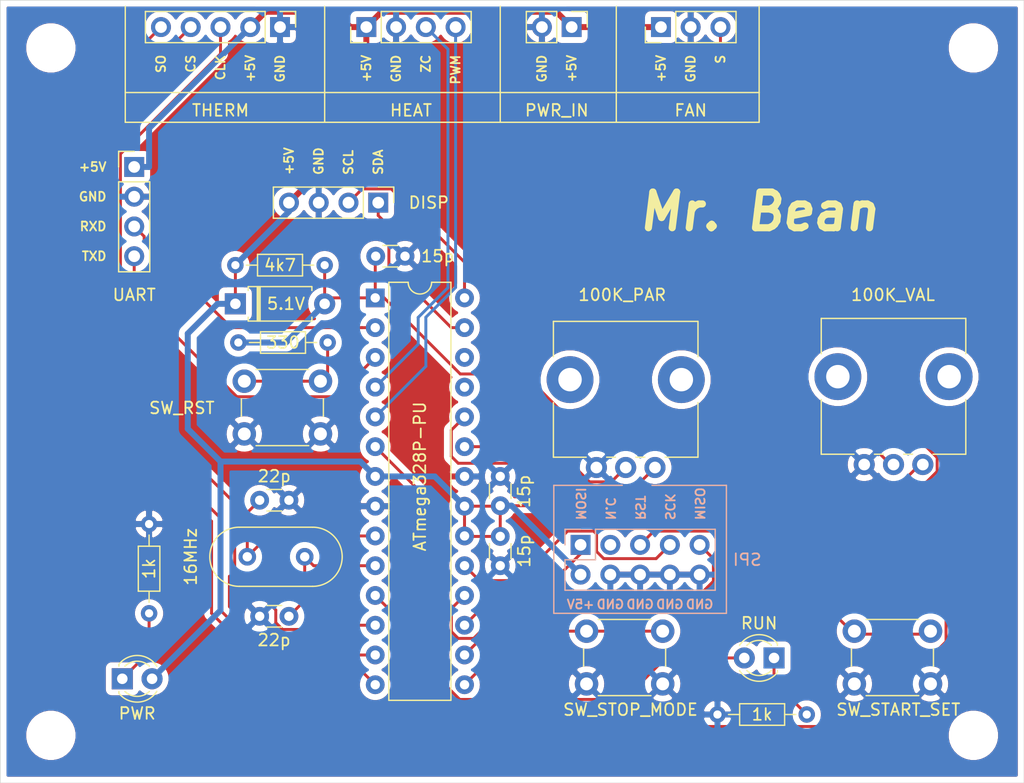
<source format=kicad_pcb>
(kicad_pcb (version 20171130) (host pcbnew 5.1.4)
  (layers (0 F.Cu signal) (31 B.Cu signal) (34 B.Paste user) (35 F.Paste user) (36 B.SilkS user) (37 F.SilkS user) (38 B.Mask user) (39 F.Mask user) (44 Edge.Cuts user))
  (net 0 "")
  (net 1 +5V)
  (net 2 GND)
  (net 3 "Net-(C3-Pad2)")
  (net 4 "Net-(C4-Pad1)")
  (net 5 /RST)
  (net 6 "Net-(D1-Pad1)")
  (net 7 /LED_RUNNING)
  (net 8 "Net-(D3-Pad1)")
  (net 9 /MISO)
  (net 10 /SCK)
  (net 11 "Net-(J2-Pad3)")
  (net 12 /MOSI)
  (net 13 /SCL)
  (net 14 /SDA)
  (net 15 /TXD)
  (net 16 /RXD)
  (net 17 /SO)
  (net 18 /CS)
  (net 19 /FAN_S)
  (net 20 /TRIAC_GATE)
  (net 21 /ZERO_CROSS)
  (net 22 "Net-(R3-Pad1)")
  (net 23 /A0)
  (net 24 /A1)
  (net 25 /SW_STOP_MODE)
  (net 26 /SW_START_SET)
  (net 27 "Net-(U1-Pad26)")
  (net 28 "Net-(U1-Pad25)")
  (net 29 /CLK)
  (module MountingHole:MountingHole_3.2mm_M3 (layer F.Cu) (at 43.942 98.552)
    (fp_text reference REF** hide)
    (fp_text value MountingHole_3.2mm_M3 hide)
    (pad 1 np_thru_hole circle (at 0 0) (size 3.2 3.2) (drill 3.2) (layers *.Cu *.Mask))
  )
  (module MountingHole:MountingHole_3.2mm_M3 (layer F.Cu) (at 43.942 39.878)
    (fp_text reference REF** hide)
    (fp_text value MountingHole_3.2mm_M3 hide)
    (pad 1 np_thru_hole circle (at 0 0) (size 3.2 3.2) (drill 3.2) (layers *.Cu *.Mask))
  )
  (module MountingHole:MountingHole_3.2mm_M3 (layer F.Cu) (at 122.682 98.552)
    (fp_text reference REF** hide)
    (fp_text value MountingHole_3.2mm_M3 hide)
    (pad 1 np_thru_hole circle (at 0 0) (size 3.2 3.2) (drill 3.2) (layers *.Cu *.Mask))
  )
  (module MountingHole:MountingHole_3.2mm_M3 (layer F.Cu) (at 122.682 39.878)
    (fp_text reference REF** hide)
    (fp_text value MountingHole_3.2mm_M3 hide)
    (pad 1 np_thru_hole circle (at 0 0) (size 3.2 3.2) (drill 3.2) (layers *.Cu *.Mask))
  )
  (module Crystal:Crystal_HC18-U_Vertical (layer F.Cu) (at 60.706 83.312)
    (fp_text reference Y1 hide)
    (fp_text value 16MHz (at -4.826 0 90) (layer F.SilkS))
    (fp_arc (start 5.575 0) (end 5.575 -2.525) (angle 180) (layer F.SilkS) (width 0.12))
    (fp_arc (start -0.675 0) (end -0.675 -2.525) (angle -180) (layer F.SilkS) (width 0.12))
    (fp_line (start -0.675 2.525) (end 5.575 2.525) (layer F.SilkS) (width 0.12))
    (fp_line (start -0.675 -2.525) (end 5.575 -2.525) (layer F.SilkS) (width 0.12))
    (pad 2 thru_hole circle (at 4.9 0) (size 1.5 1.5) (drill 0.8) (layers *.Cu *.Mask) (net 4 "Net-(C4-Pad1)"))
    (pad 1 thru_hole circle (at 0 0) (size 1.5 1.5) (drill 0.8) (layers *.Cu *.Mask) (net 3 "Net-(C3-Pad2)"))
  )
  (module Package_DIP:DIP-28_W7.62mm (layer F.Cu) (at 71.628 61.214)
    (fp_text reference U1 hide)
    (fp_text value ATmega328P-PU (at 3.81 15.24 90) (layer F.SilkS))
    (fp_line (start 6.46 -1.33) (end 4.81 -1.33) (layer F.SilkS) (width 0.12))
    (fp_line (start 6.46 34.35) (end 6.46 -1.33) (layer F.SilkS) (width 0.12))
    (fp_line (start 1.16 34.35) (end 6.46 34.35) (layer F.SilkS) (width 0.12))
    (fp_line (start 1.16 -1.33) (end 1.16 34.35) (layer F.SilkS) (width 0.12))
    (fp_line (start 2.81 -1.33) (end 1.16 -1.33) (layer F.SilkS) (width 0.12))
    (fp_arc (start 3.81 -1.33) (end 2.81 -1.33) (angle -180) (layer F.SilkS) (width 0.12))
    (pad 28 thru_hole oval (at 7.62 0) (size 1.6 1.6) (drill 0.8) (layers *.Cu *.Mask) (net 13 /SCL))
    (pad 14 thru_hole oval (at 0 33.02) (size 1.6 1.6) (drill 0.8) (layers *.Cu *.Mask) (net 17 /SO))
    (pad 27 thru_hole oval (at 7.62 2.54) (size 1.6 1.6) (drill 0.8) (layers *.Cu *.Mask) (net 14 /SDA))
    (pad 13 thru_hole oval (at 0 30.48) (size 1.6 1.6) (drill 0.8) (layers *.Cu *.Mask) (net 18 /CS))
    (pad 26 thru_hole oval (at 7.62 5.08) (size 1.6 1.6) (drill 0.8) (layers *.Cu *.Mask) (net 27 "Net-(U1-Pad26)"))
    (pad 12 thru_hole oval (at 0 27.94) (size 1.6 1.6) (drill 0.8) (layers *.Cu *.Mask) (net 29 /CLK))
    (pad 25 thru_hole oval (at 7.62 7.62) (size 1.6 1.6) (drill 0.8) (layers *.Cu *.Mask) (net 28 "Net-(U1-Pad25)"))
    (pad 11 thru_hole oval (at 0 25.4) (size 1.6 1.6) (drill 0.8) (layers *.Cu *.Mask) (net 19 /FAN_S))
    (pad 24 thru_hole oval (at 7.62 10.16) (size 1.6 1.6) (drill 0.8) (layers *.Cu *.Mask) (net 24 /A1))
    (pad 10 thru_hole oval (at 0 22.86) (size 1.6 1.6) (drill 0.8) (layers *.Cu *.Mask) (net 4 "Net-(C4-Pad1)"))
    (pad 23 thru_hole oval (at 7.62 12.7) (size 1.6 1.6) (drill 0.8) (layers *.Cu *.Mask) (net 23 /A0))
    (pad 9 thru_hole oval (at 0 20.32) (size 1.6 1.6) (drill 0.8) (layers *.Cu *.Mask) (net 3 "Net-(C3-Pad2)"))
    (pad 22 thru_hole oval (at 7.62 15.24) (size 1.6 1.6) (drill 0.8) (layers *.Cu *.Mask) (net 2 GND))
    (pad 8 thru_hole oval (at 0 17.78) (size 1.6 1.6) (drill 0.8) (layers *.Cu *.Mask) (net 2 GND))
    (pad 21 thru_hole oval (at 7.62 17.78) (size 1.6 1.6) (drill 0.8) (layers *.Cu *.Mask) (net 1 +5V))
    (pad 7 thru_hole oval (at 0 15.24) (size 1.6 1.6) (drill 0.8) (layers *.Cu *.Mask) (net 1 +5V))
    (pad 20 thru_hole oval (at 7.62 20.32) (size 1.6 1.6) (drill 0.8) (layers *.Cu *.Mask) (net 1 +5V))
    (pad 6 thru_hole oval (at 0 12.7) (size 1.6 1.6) (drill 0.8) (layers *.Cu *.Mask) (net 7 /LED_RUNNING))
    (pad 19 thru_hole oval (at 7.62 22.86) (size 1.6 1.6) (drill 0.8) (layers *.Cu *.Mask) (net 10 /SCK))
    (pad 5 thru_hole oval (at 0 10.16) (size 1.6 1.6) (drill 0.8) (layers *.Cu *.Mask) (net 20 /TRIAC_GATE))
    (pad 18 thru_hole oval (at 7.62 25.4) (size 1.6 1.6) (drill 0.8) (layers *.Cu *.Mask) (net 9 /MISO))
    (pad 4 thru_hole oval (at 0 7.62) (size 1.6 1.6) (drill 0.8) (layers *.Cu *.Mask) (net 21 /ZERO_CROSS))
    (pad 17 thru_hole oval (at 7.62 27.94) (size 1.6 1.6) (drill 0.8) (layers *.Cu *.Mask) (net 12 /MOSI))
    (pad 3 thru_hole oval (at 0 5.08) (size 1.6 1.6) (drill 0.8) (layers *.Cu *.Mask) (net 15 /TXD))
    (pad 16 thru_hole oval (at 7.62 30.48) (size 1.6 1.6) (drill 0.8) (layers *.Cu *.Mask) (net 26 /SW_START_SET))
    (pad 2 thru_hole oval (at 0 2.54) (size 1.6 1.6) (drill 0.8) (layers *.Cu *.Mask) (net 16 /RXD))
    (pad 15 thru_hole oval (at 7.62 33.02) (size 1.6 1.6) (drill 0.8) (layers *.Cu *.Mask) (net 25 /SW_STOP_MODE))
    (pad 1 thru_hole rect (at 0 0) (size 1.6 1.6) (drill 0.8) (layers *.Cu *.Mask) (net 5 /RST))
  )
  (module Button_Switch_THT:SW_PUSH_6mm_H4.3mm (layer F.Cu) (at 112.522 89.662)
    (fp_text reference SW3 hide)
    (fp_text value SW_START_SET (at 3.75 6.7) (layer F.SilkS))
    (fp_line (start 6.75 3) (end 6.75 1.5) (layer F.SilkS) (width 0.12))
    (fp_line (start 5.5 -1) (end 1 -1) (layer F.SilkS) (width 0.12))
    (fp_line (start -0.25 1.5) (end -0.25 3) (layer F.SilkS) (width 0.12))
    (fp_line (start 1 5.5) (end 5.5 5.5) (layer F.SilkS) (width 0.12))
    (pad 1 thru_hole circle (at 6.5 0 90) (size 2 2) (drill 1.1) (layers *.Cu *.Mask) (net 26 /SW_START_SET))
    (pad 2 thru_hole circle (at 6.5 4.5 90) (size 2 2) (drill 1.1) (layers *.Cu *.Mask) (net 2 GND))
    (pad 1 thru_hole circle (at 0 0 90) (size 2 2) (drill 1.1) (layers *.Cu *.Mask) (net 26 /SW_START_SET))
    (pad 2 thru_hole circle (at 0 4.5 90) (size 2 2) (drill 1.1) (layers *.Cu *.Mask) (net 2 GND))
  )
  (module Button_Switch_THT:SW_PUSH_6mm_H4.3mm (layer F.Cu) (at 89.662 89.662)
    (fp_text reference SW2 hide)
    (fp_text value SW_STOP_MODE (at 3.75 6.7) (layer F.SilkS))
    (fp_line (start 6.75 3) (end 6.75 1.5) (layer F.SilkS) (width 0.12))
    (fp_line (start 5.5 -1) (end 1 -1) (layer F.SilkS) (width 0.12))
    (fp_line (start -0.25 1.5) (end -0.25 3) (layer F.SilkS) (width 0.12))
    (fp_line (start 1 5.5) (end 5.5 5.5) (layer F.SilkS) (width 0.12))
    (pad 1 thru_hole circle (at 6.5 0 90) (size 2 2) (drill 1.1) (layers *.Cu *.Mask) (net 25 /SW_STOP_MODE))
    (pad 2 thru_hole circle (at 6.5 4.5 90) (size 2 2) (drill 1.1) (layers *.Cu *.Mask) (net 2 GND))
    (pad 1 thru_hole circle (at 0 0 90) (size 2 2) (drill 1.1) (layers *.Cu *.Mask) (net 25 /SW_STOP_MODE))
    (pad 2 thru_hole circle (at 0 4.5 90) (size 2 2) (drill 1.1) (layers *.Cu *.Mask) (net 2 GND))
  )
  (module Button_Switch_THT:SW_PUSH_6mm_H4.3mm (layer F.Cu) (at 60.452 68.326)
    (fp_text reference SW1 hide)
    (fp_text value SW_RST (at -5.334 2.286) (layer F.SilkS))
    (fp_line (start 6.75 3) (end 6.75 1.5) (layer F.SilkS) (width 0.12))
    (fp_line (start 5.5 -1) (end 1 -1) (layer F.SilkS) (width 0.12))
    (fp_line (start -0.25 1.5) (end -0.25 3) (layer F.SilkS) (width 0.12))
    (fp_line (start 1 5.5) (end 5.5 5.5) (layer F.SilkS) (width 0.12))
    (pad 1 thru_hole circle (at 6.5 0 90) (size 2 2) (drill 1.1) (layers *.Cu *.Mask) (net 22 "Net-(R3-Pad1)"))
    (pad 2 thru_hole circle (at 6.5 4.5 90) (size 2 2) (drill 1.1) (layers *.Cu *.Mask) (net 2 GND))
    (pad 1 thru_hole circle (at 0 0 90) (size 2 2) (drill 1.1) (layers *.Cu *.Mask) (net 22 "Net-(R3-Pad1)"))
    (pad 2 thru_hole circle (at 0 4.5 90) (size 2 2) (drill 1.1) (layers *.Cu *.Mask) (net 2 GND))
  )
  (module Potentiometer_THT:Potentiometer_Alps_RK09L_Single_Vertical (layer F.Cu) (at 95.504 75.692 90)
    (fp_text reference RV2 hide)
    (fp_text value 100K_PAR (at 14.732 -2.794 180) (layer F.SilkS))
    (fp_line (start 12.47 -8.67) (end 12.47 3.67) (layer F.SilkS) (width 0.12))
    (fp_line (start 0.88 0.87) (end 0.88 3.67) (layer F.SilkS) (width 0.12))
    (fp_line (start 0.88 -1.629) (end 0.88 -0.87) (layer F.SilkS) (width 0.12))
    (fp_line (start 0.88 -4.129) (end 0.88 -3.37) (layer F.SilkS) (width 0.12))
    (fp_line (start 0.88 -8.67) (end 0.88 -5.871) (layer F.SilkS) (width 0.12))
    (fp_line (start 9.455 3.67) (end 12.47 3.67) (layer F.SilkS) (width 0.12))
    (fp_line (start 0.88 3.67) (end 5.546 3.67) (layer F.SilkS) (width 0.12))
    (fp_line (start 9.455 -8.67) (end 12.47 -8.67) (layer F.SilkS) (width 0.12))
    (fp_line (start 0.88 -8.67) (end 5.546 -8.67) (layer F.SilkS) (width 0.12))
    (pad "" np_thru_hole circle (at 7.5 2.25 90) (size 4 4) (drill 2) (layers *.Cu *.Mask))
    (pad "" np_thru_hole circle (at 7.5 -7.25 90) (size 4 4) (drill 2) (layers *.Cu *.Mask))
    (pad 1 thru_hole circle (at 0 0 90) (size 1.8 1.8) (drill 1) (layers *.Cu *.Mask) (net 1 +5V))
    (pad 2 thru_hole circle (at 0 -2.5 90) (size 1.8 1.8) (drill 1) (layers *.Cu *.Mask) (net 24 /A1))
    (pad 3 thru_hole circle (at 0 -5 90) (size 1.8 1.8) (drill 1) (layers *.Cu *.Mask) (net 2 GND))
  )
  (module Potentiometer_THT:Potentiometer_Alps_RK09L_Single_Vertical (layer F.Cu) (at 118.364 75.438 90)
    (fp_text reference RV1 hide)
    (fp_text value 100K_VAL (at 14.478 -2.54 180) (layer F.SilkS))
    (fp_line (start 12.47 -8.67) (end 12.47 3.67) (layer F.SilkS) (width 0.12))
    (fp_line (start 0.88 0.87) (end 0.88 3.67) (layer F.SilkS) (width 0.12))
    (fp_line (start 0.88 -1.629) (end 0.88 -0.87) (layer F.SilkS) (width 0.12))
    (fp_line (start 0.88 -4.129) (end 0.88 -3.37) (layer F.SilkS) (width 0.12))
    (fp_line (start 0.88 -8.67) (end 0.88 -5.871) (layer F.SilkS) (width 0.12))
    (fp_line (start 9.455 3.67) (end 12.47 3.67) (layer F.SilkS) (width 0.12))
    (fp_line (start 0.88 3.67) (end 5.546 3.67) (layer F.SilkS) (width 0.12))
    (fp_line (start 9.455 -8.67) (end 12.47 -8.67) (layer F.SilkS) (width 0.12))
    (fp_line (start 0.88 -8.67) (end 5.546 -8.67) (layer F.SilkS) (width 0.12))
    (pad "" np_thru_hole circle (at 7.5 2.25 90) (size 4 4) (drill 2) (layers *.Cu *.Mask))
    (pad "" np_thru_hole circle (at 7.5 -7.25 90) (size 4 4) (drill 2) (layers *.Cu *.Mask))
    (pad 1 thru_hole circle (at 0 0 90) (size 1.8 1.8) (drill 1) (layers *.Cu *.Mask) (net 1 +5V))
    (pad 2 thru_hole circle (at 0 -2.5 90) (size 1.8 1.8) (drill 1) (layers *.Cu *.Mask) (net 23 /A0))
    (pad 3 thru_hole circle (at 0 -5 90) (size 1.8 1.8) (drill 1) (layers *.Cu *.Mask) (net 2 GND))
  )
  (module Resistor_THT:R_Axial_DIN0204_L3.6mm_D1.6mm_P7.62mm_Horizontal (layer F.Cu) (at 108.458 96.774 180)
    (fp_text reference R4 hide)
    (fp_text value 1k (at 3.81 0) (layer F.SilkS))
    (fp_line (start 6.68 0) (end 5.73 0) (layer F.SilkS) (width 0.12))
    (fp_line (start 0.94 0) (end 1.89 0) (layer F.SilkS) (width 0.12))
    (fp_line (start 5.73 -0.92) (end 1.89 -0.92) (layer F.SilkS) (width 0.12))
    (fp_line (start 5.73 0.92) (end 5.73 -0.92) (layer F.SilkS) (width 0.12))
    (fp_line (start 1.89 0.92) (end 5.73 0.92) (layer F.SilkS) (width 0.12))
    (fp_line (start 1.89 -0.92) (end 1.89 0.92) (layer F.SilkS) (width 0.12))
    (pad 2 thru_hole oval (at 7.62 0 180) (size 1.4 1.4) (drill 0.7) (layers *.Cu *.Mask) (net 2 GND))
    (pad 1 thru_hole circle (at 0 0 180) (size 1.4 1.4) (drill 0.7) (layers *.Cu *.Mask) (net 8 "Net-(D3-Pad1)"))
  )
  (module Resistor_THT:R_Axial_DIN0204_L3.6mm_D1.6mm_P7.62mm_Horizontal (layer F.Cu) (at 67.564 65.024 180)
    (fp_text reference R3 hide)
    (fp_text value 330 (at 3.81 0) (layer F.SilkS))
    (fp_line (start 6.68 0) (end 5.73 0) (layer F.SilkS) (width 0.12))
    (fp_line (start 0.94 0) (end 1.89 0) (layer F.SilkS) (width 0.12))
    (fp_line (start 5.73 -0.92) (end 1.89 -0.92) (layer F.SilkS) (width 0.12))
    (fp_line (start 5.73 0.92) (end 5.73 -0.92) (layer F.SilkS) (width 0.12))
    (fp_line (start 1.89 0.92) (end 5.73 0.92) (layer F.SilkS) (width 0.12))
    (fp_line (start 1.89 -0.92) (end 1.89 0.92) (layer F.SilkS) (width 0.12))
    (pad 2 thru_hole oval (at 7.62 0 180) (size 1.4 1.4) (drill 0.7) (layers *.Cu *.Mask) (net 5 /RST))
    (pad 1 thru_hole circle (at 0 0 180) (size 1.4 1.4) (drill 0.7) (layers *.Cu *.Mask) (net 22 "Net-(R3-Pad1)"))
  )
  (module Resistor_THT:R_Axial_DIN0204_L3.6mm_D1.6mm_P7.62mm_Horizontal (layer F.Cu) (at 59.69 58.42)
    (fp_text reference R2 hide)
    (fp_text value 4k7 (at 3.81 0) (layer F.SilkS))
    (fp_line (start 6.68 0) (end 5.73 0) (layer F.SilkS) (width 0.12))
    (fp_line (start 0.94 0) (end 1.89 0) (layer F.SilkS) (width 0.12))
    (fp_line (start 5.73 -0.92) (end 1.89 -0.92) (layer F.SilkS) (width 0.12))
    (fp_line (start 5.73 0.92) (end 5.73 -0.92) (layer F.SilkS) (width 0.12))
    (fp_line (start 1.89 0.92) (end 5.73 0.92) (layer F.SilkS) (width 0.12))
    (fp_line (start 1.89 -0.92) (end 1.89 0.92) (layer F.SilkS) (width 0.12))
    (pad 2 thru_hole oval (at 7.62 0) (size 1.4 1.4) (drill 0.7) (layers *.Cu *.Mask) (net 5 /RST))
    (pad 1 thru_hole circle (at 0 0) (size 1.4 1.4) (drill 0.7) (layers *.Cu *.Mask) (net 1 +5V))
  )
  (module Resistor_THT:R_Axial_DIN0204_L3.6mm_D1.6mm_P7.62mm_Horizontal (layer F.Cu) (at 52.324 88.138 90)
    (fp_text reference R1 hide)
    (fp_text value 1k (at 3.81 0 90) (layer F.SilkS))
    (fp_line (start 6.68 0) (end 5.73 0) (layer F.SilkS) (width 0.12))
    (fp_line (start 0.94 0) (end 1.89 0) (layer F.SilkS) (width 0.12))
    (fp_line (start 5.73 -0.92) (end 1.89 -0.92) (layer F.SilkS) (width 0.12))
    (fp_line (start 5.73 0.92) (end 5.73 -0.92) (layer F.SilkS) (width 0.12))
    (fp_line (start 1.89 0.92) (end 5.73 0.92) (layer F.SilkS) (width 0.12))
    (fp_line (start 1.89 -0.92) (end 1.89 0.92) (layer F.SilkS) (width 0.12))
    (pad 2 thru_hole oval (at 7.62 0 90) (size 1.4 1.4) (drill 0.7) (layers *.Cu *.Mask) (net 2 GND))
    (pad 1 thru_hole circle (at 0 0 90) (size 1.4 1.4) (drill 0.7) (layers *.Cu *.Mask) (net 6 "Net-(D1-Pad1)"))
  )
  (module Connector_PinHeader_2.54mm:PinHeader_1x04_P2.54mm_Vertical (layer F.Cu) (at 70.866 38.1 90)
    (fp_text reference J7 hide)
    (fp_text value HEAT (at -7.112 3.81 180) (layer F.SilkS))
    (fp_line (start -1.33 -1.33) (end 0 -1.33) (layer F.SilkS) (width 0.12))
    (fp_line (start -1.33 0) (end -1.33 -1.33) (layer F.SilkS) (width 0.12))
    (fp_line (start -1.33 1.27) (end 1.33 1.27) (layer F.SilkS) (width 0.12))
    (fp_line (start 1.33 1.27) (end 1.33 8.95) (layer F.SilkS) (width 0.12))
    (fp_line (start -1.33 1.27) (end -1.33 8.95) (layer F.SilkS) (width 0.12))
    (fp_line (start -1.33 8.95) (end 1.33 8.95) (layer F.SilkS) (width 0.12))
    (pad 4 thru_hole oval (at 0 7.62 90) (size 1.7 1.7) (drill 1) (layers *.Cu *.Mask) (net 20 /TRIAC_GATE))
    (pad 3 thru_hole oval (at 0 5.08 90) (size 1.7 1.7) (drill 1) (layers *.Cu *.Mask) (net 21 /ZERO_CROSS))
    (pad 2 thru_hole oval (at 0 2.54 90) (size 1.7 1.7) (drill 1) (layers *.Cu *.Mask) (net 2 GND))
    (pad 1 thru_hole rect (at 0 0 90) (size 1.7 1.7) (drill 1) (layers *.Cu *.Mask) (net 1 +5V))
  )
  (module Connector_PinHeader_2.54mm:PinHeader_1x03_P2.54mm_Vertical (layer F.Cu) (at 96.012 38.1 90)
    (fp_text reference J6 hide)
    (fp_text value FAN (at -7.112 2.54 180) (layer F.SilkS))
    (fp_line (start -1.33 -1.33) (end 0 -1.33) (layer F.SilkS) (width 0.12))
    (fp_line (start -1.33 0) (end -1.33 -1.33) (layer F.SilkS) (width 0.12))
    (fp_line (start -1.33 1.27) (end 1.33 1.27) (layer F.SilkS) (width 0.12))
    (fp_line (start 1.33 1.27) (end 1.33 6.41) (layer F.SilkS) (width 0.12))
    (fp_line (start -1.33 1.27) (end -1.33 6.41) (layer F.SilkS) (width 0.12))
    (fp_line (start -1.33 6.41) (end 1.33 6.41) (layer F.SilkS) (width 0.12))
    (pad 3 thru_hole oval (at 0 5.08 90) (size 1.7 1.7) (drill 1) (layers *.Cu *.Mask) (net 19 /FAN_S))
    (pad 2 thru_hole oval (at 0 2.54 90) (size 1.7 1.7) (drill 1) (layers *.Cu *.Mask) (net 2 GND))
    (pad 1 thru_hole rect (at 0 0 90) (size 1.7 1.7) (drill 1) (layers *.Cu *.Mask) (net 1 +5V))
  )
  (module Connector_PinHeader_2.54mm:PinHeader_1x05_P2.54mm_Vertical (layer F.Cu) (at 63.5 38.1 270)
    (fp_text reference J5 hide)
    (fp_text value THERM (at 7.112 5.08 180) (layer F.SilkS))
    (fp_line (start -1.33 -1.33) (end 0 -1.33) (layer F.SilkS) (width 0.12))
    (fp_line (start -1.33 0) (end -1.33 -1.33) (layer F.SilkS) (width 0.12))
    (fp_line (start -1.33 1.27) (end 1.33 1.27) (layer F.SilkS) (width 0.12))
    (fp_line (start 1.33 1.27) (end 1.33 11.49) (layer F.SilkS) (width 0.12))
    (fp_line (start -1.33 1.27) (end -1.33 11.49) (layer F.SilkS) (width 0.12))
    (fp_line (start -1.33 11.49) (end 1.33 11.49) (layer F.SilkS) (width 0.12))
    (pad 5 thru_hole oval (at 0 10.16 270) (size 1.7 1.7) (drill 1) (layers *.Cu *.Mask) (net 17 /SO))
    (pad 4 thru_hole oval (at 0 7.62 270) (size 1.7 1.7) (drill 1) (layers *.Cu *.Mask) (net 18 /CS))
    (pad 3 thru_hole oval (at 0 5.08 270) (size 1.7 1.7) (drill 1) (layers *.Cu *.Mask) (net 29 /CLK))
    (pad 2 thru_hole oval (at 0 2.54 270) (size 1.7 1.7) (drill 1) (layers *.Cu *.Mask) (net 1 +5V))
    (pad 1 thru_hole rect (at 0 0 270) (size 1.7 1.7) (drill 1) (layers *.Cu *.Mask) (net 2 GND))
  )
  (module Connector_PinHeader_2.54mm:PinHeader_1x04_P2.54mm_Vertical (layer F.Cu) (at 51.054 50.038)
    (fp_text reference J4 hide)
    (fp_text value UART (at 0 10.922) (layer F.SilkS))
    (fp_line (start -1.33 -1.33) (end 0 -1.33) (layer F.SilkS) (width 0.12))
    (fp_line (start -1.33 0) (end -1.33 -1.33) (layer F.SilkS) (width 0.12))
    (fp_line (start -1.33 1.27) (end 1.33 1.27) (layer F.SilkS) (width 0.12))
    (fp_line (start 1.33 1.27) (end 1.33 8.95) (layer F.SilkS) (width 0.12))
    (fp_line (start -1.33 1.27) (end -1.33 8.95) (layer F.SilkS) (width 0.12))
    (fp_line (start -1.33 8.95) (end 1.33 8.95) (layer F.SilkS) (width 0.12))
    (pad 4 thru_hole oval (at 0 7.62) (size 1.7 1.7) (drill 1) (layers *.Cu *.Mask) (net 15 /TXD))
    (pad 3 thru_hole oval (at 0 5.08) (size 1.7 1.7) (drill 1) (layers *.Cu *.Mask) (net 16 /RXD))
    (pad 2 thru_hole oval (at 0 2.54) (size 1.7 1.7) (drill 1) (layers *.Cu *.Mask) (net 2 GND))
    (pad 1 thru_hole rect (at 0 0) (size 1.7 1.7) (drill 1) (layers *.Cu *.Mask) (net 1 +5V))
  )
  (module Connector_PinHeader_2.54mm:PinHeader_1x04_P2.54mm_Vertical (layer F.Cu) (at 71.882 53.086 270)
    (fp_text reference J3 hide)
    (fp_text value DISP (at 0 -4.318 180) (layer F.SilkS))
    (fp_line (start -1.33 -1.33) (end 0 -1.33) (layer F.SilkS) (width 0.12))
    (fp_line (start -1.33 0) (end -1.33 -1.33) (layer F.SilkS) (width 0.12))
    (fp_line (start -1.33 1.27) (end 1.33 1.27) (layer F.SilkS) (width 0.12))
    (fp_line (start 1.33 1.27) (end 1.33 8.95) (layer F.SilkS) (width 0.12))
    (fp_line (start -1.33 1.27) (end -1.33 8.95) (layer F.SilkS) (width 0.12))
    (fp_line (start -1.33 8.95) (end 1.33 8.95) (layer F.SilkS) (width 0.12))
    (pad 4 thru_hole oval (at 0 7.62 270) (size 1.7 1.7) (drill 1) (layers *.Cu *.Mask) (net 1 +5V))
    (pad 3 thru_hole oval (at 0 5.08 270) (size 1.7 1.7) (drill 1) (layers *.Cu *.Mask) (net 2 GND))
    (pad 2 thru_hole oval (at 0 2.54 270) (size 1.7 1.7) (drill 1) (layers *.Cu *.Mask) (net 13 /SCL))
    (pad 1 thru_hole rect (at 0 0 270) (size 1.7 1.7) (drill 1) (layers *.Cu *.Mask) (net 14 /SDA))
  )
  (module Connector_PinHeader_2.54mm:PinHeader_2x05_P2.54mm_Vertical (layer B.Cu) (at 89.154 82.296 270)
    (fp_text reference J2 hide)
    (fp_text value SPI (at 1.27 -14.224) (layer B.SilkS) (effects (justify mirror)))
    (fp_line (start -1.33 1.33) (end 0 1.33) (layer B.SilkS) (width 0.12))
    (fp_line (start -1.33 0) (end -1.33 1.33) (layer B.SilkS) (width 0.12))
    (fp_line (start 1.27 1.33) (end 3.87 1.33) (layer B.SilkS) (width 0.12))
    (fp_line (start 1.27 -1.27) (end 1.27 1.33) (layer B.SilkS) (width 0.12))
    (fp_line (start -1.33 -1.27) (end 1.27 -1.27) (layer B.SilkS) (width 0.12))
    (fp_line (start 3.87 1.33) (end 3.87 -11.49) (layer B.SilkS) (width 0.12))
    (fp_line (start -1.33 -1.27) (end -1.33 -11.49) (layer B.SilkS) (width 0.12))
    (fp_line (start -1.33 -11.49) (end 3.87 -11.49) (layer B.SilkS) (width 0.12))
    (pad 10 thru_hole oval (at 2.54 -10.16 270) (size 1.7 1.7) (drill 1) (layers *.Cu *.Mask) (net 2 GND))
    (pad 9 thru_hole oval (at 0 -10.16 270) (size 1.7 1.7) (drill 1) (layers *.Cu *.Mask) (net 9 /MISO))
    (pad 8 thru_hole oval (at 2.54 -7.62 270) (size 1.7 1.7) (drill 1) (layers *.Cu *.Mask) (net 2 GND))
    (pad 7 thru_hole oval (at 0 -7.62 270) (size 1.7 1.7) (drill 1) (layers *.Cu *.Mask) (net 10 /SCK))
    (pad 6 thru_hole oval (at 2.54 -5.08 270) (size 1.7 1.7) (drill 1) (layers *.Cu *.Mask) (net 2 GND))
    (pad 5 thru_hole oval (at 0 -5.08 270) (size 1.7 1.7) (drill 1) (layers *.Cu *.Mask) (net 5 /RST))
    (pad 4 thru_hole oval (at 2.54 -2.54 270) (size 1.7 1.7) (drill 1) (layers *.Cu *.Mask) (net 2 GND))
    (pad 3 thru_hole oval (at 0 -2.54 270) (size 1.7 1.7) (drill 1) (layers *.Cu *.Mask) (net 11 "Net-(J2-Pad3)"))
    (pad 2 thru_hole oval (at 2.54 0 270) (size 1.7 1.7) (drill 1) (layers *.Cu *.Mask) (net 1 +5V))
    (pad 1 thru_hole rect (at 0 0 270) (size 1.7 1.7) (drill 1) (layers *.Cu *.Mask) (net 12 /MOSI))
  )
  (module Connector_PinHeader_2.54mm:PinHeader_1x02_P2.54mm_Vertical (layer F.Cu) (at 88.392 38.1 270)
    (fp_text reference J1 hide)
    (fp_text value PWR_IN (at 7.112 1.27 180) (layer F.SilkS))
    (fp_line (start -1.33 -1.33) (end 0 -1.33) (layer F.SilkS) (width 0.12))
    (fp_line (start -1.33 0) (end -1.33 -1.33) (layer F.SilkS) (width 0.12))
    (fp_line (start -1.33 1.27) (end 1.33 1.27) (layer F.SilkS) (width 0.12))
    (fp_line (start 1.33 1.27) (end 1.33 3.87) (layer F.SilkS) (width 0.12))
    (fp_line (start -1.33 1.27) (end -1.33 3.87) (layer F.SilkS) (width 0.12))
    (fp_line (start -1.33 3.87) (end 1.33 3.87) (layer F.SilkS) (width 0.12))
    (pad 2 thru_hole oval (at 0 2.54 270) (size 1.7 1.7) (drill 1) (layers *.Cu *.Mask) (net 2 GND))
    (pad 1 thru_hole rect (at 0 0 270) (size 1.7 1.7) (drill 1) (layers *.Cu *.Mask) (net 1 +5V))
  )
  (module LED_THT:LED_D3.0mm (layer F.Cu) (at 105.664 91.948 180)
    (fp_text reference D3 hide)
    (fp_text value RUN (at 1.27 2.96) (layer F.SilkS))
    (fp_line (start -0.29 1.08) (end -0.29 1.236) (layer F.SilkS) (width 0.12))
    (fp_line (start -0.29 -1.236) (end -0.29 -1.08) (layer F.SilkS) (width 0.12))
    (fp_arc (start 1.27 0) (end 0.229039 1.08) (angle -87.9) (layer F.SilkS) (width 0.12))
    (fp_arc (start 1.27 0) (end 0.229039 -1.08) (angle 87.9) (layer F.SilkS) (width 0.12))
    (fp_arc (start 1.27 0) (end -0.29 1.235516) (angle -108.8) (layer F.SilkS) (width 0.12))
    (fp_arc (start 1.27 0) (end -0.29 -1.235516) (angle 108.8) (layer F.SilkS) (width 0.12))
    (pad 2 thru_hole circle (at 2.54 0 180) (size 1.8 1.8) (drill 0.9) (layers *.Cu *.Mask) (net 7 /LED_RUNNING))
    (pad 1 thru_hole rect (at 0 0 180) (size 1.8 1.8) (drill 0.9) (layers *.Cu *.Mask) (net 8 "Net-(D3-Pad1)"))
  )
  (module Diode_THT:D_A-405_P7.62mm_Horizontal (layer F.Cu) (at 59.69 61.722)
    (fp_text reference D2 hide)
    (fp_text value 5.1V (at 4.318 0) (layer F.SilkS))
    (fp_line (start 1.87 -1.47) (end 1.87 1.47) (layer F.SilkS) (width 0.12))
    (fp_line (start 2.11 -1.47) (end 2.11 1.47) (layer F.SilkS) (width 0.12))
    (fp_line (start 1.99 -1.47) (end 1.99 1.47) (layer F.SilkS) (width 0.12))
    (fp_line (start 6.53 1.47) (end 6.53 1.14) (layer F.SilkS) (width 0.12))
    (fp_line (start 1.09 1.47) (end 6.53 1.47) (layer F.SilkS) (width 0.12))
    (fp_line (start 1.09 1.14) (end 1.09 1.47) (layer F.SilkS) (width 0.12))
    (fp_line (start 6.53 -1.47) (end 6.53 -1.14) (layer F.SilkS) (width 0.12))
    (fp_line (start 1.09 -1.47) (end 6.53 -1.47) (layer F.SilkS) (width 0.12))
    (fp_line (start 1.09 -1.14) (end 1.09 -1.47) (layer F.SilkS) (width 0.12))
    (pad 2 thru_hole oval (at 7.62 0) (size 1.8 1.8) (drill 0.9) (layers *.Cu *.Mask) (net 5 /RST))
    (pad 1 thru_hole rect (at 0 0) (size 1.8 1.8) (drill 0.9) (layers *.Cu *.Mask) (net 1 +5V))
  )
  (module LED_THT:LED_D3.0mm (layer F.Cu) (at 50.038 93.726)
    (fp_text reference D1 hide)
    (fp_text value PWR (at 1.27 2.96) (layer F.SilkS))
    (fp_line (start -0.29 1.08) (end -0.29 1.236) (layer F.SilkS) (width 0.12))
    (fp_line (start -0.29 -1.236) (end -0.29 -1.08) (layer F.SilkS) (width 0.12))
    (fp_arc (start 1.27 0) (end 0.229039 1.08) (angle -87.9) (layer F.SilkS) (width 0.12))
    (fp_arc (start 1.27 0) (end 0.229039 -1.08) (angle 87.9) (layer F.SilkS) (width 0.12))
    (fp_arc (start 1.27 0) (end -0.29 1.235516) (angle -108.8) (layer F.SilkS) (width 0.12))
    (fp_arc (start 1.27 0) (end -0.29 -1.235516) (angle 108.8) (layer F.SilkS) (width 0.12))
    (pad 2 thru_hole circle (at 2.54 0) (size 1.8 1.8) (drill 0.9) (layers *.Cu *.Mask) (net 1 +5V))
    (pad 1 thru_hole rect (at 0 0) (size 1.8 1.8) (drill 0.9) (layers *.Cu *.Mask) (net 6 "Net-(D1-Pad1)"))
  )
  (module Capacitor_THT:C_Disc_D3.0mm_W1.6mm_P2.50mm (layer F.Cu) (at 74.168 57.658 180)
    (fp_text reference C5 hide)
    (fp_text value 15p (at -2.794 0) (layer F.SilkS))
    (fp_line (start 0.621 0.92) (end 1.879 0.92) (layer F.SilkS) (width 0.12))
    (fp_line (start 0.621 -0.92) (end 1.879 -0.92) (layer F.SilkS) (width 0.12))
    (pad 2 thru_hole circle (at 2.5 0 180) (size 1.6 1.6) (drill 0.8) (layers *.Cu *.Mask) (net 5 /RST))
    (pad 1 thru_hole circle (at 0 0 180) (size 1.6 1.6) (drill 0.8) (layers *.Cu *.Mask) (net 2 GND))
  )
  (module Capacitor_THT:C_Disc_D3.0mm_W1.6mm_P2.50mm (layer F.Cu) (at 64.262 88.392 180)
    (fp_text reference C4 hide)
    (fp_text value 22p (at 1.27 -2.032) (layer F.SilkS))
    (fp_line (start 0.621 0.92) (end 1.879 0.92) (layer F.SilkS) (width 0.12))
    (fp_line (start 0.621 -0.92) (end 1.879 -0.92) (layer F.SilkS) (width 0.12))
    (pad 2 thru_hole circle (at 2.5 0 180) (size 1.6 1.6) (drill 0.8) (layers *.Cu *.Mask) (net 2 GND))
    (pad 1 thru_hole circle (at 0 0 180) (size 1.6 1.6) (drill 0.8) (layers *.Cu *.Mask) (net 4 "Net-(C4-Pad1)"))
  )
  (module Capacitor_THT:C_Disc_D3.0mm_W1.6mm_P2.50mm (layer F.Cu) (at 64.262 78.486 180)
    (fp_text reference C3 hide)
    (fp_text value 22p (at 1.25 2.05) (layer F.SilkS))
    (fp_line (start 0.621 0.92) (end 1.879 0.92) (layer F.SilkS) (width 0.12))
    (fp_line (start 0.621 -0.92) (end 1.879 -0.92) (layer F.SilkS) (width 0.12))
    (pad 2 thru_hole circle (at 2.5 0 180) (size 1.6 1.6) (drill 0.8) (layers *.Cu *.Mask) (net 3 "Net-(C3-Pad2)"))
    (pad 1 thru_hole circle (at 0 0 180) (size 1.6 1.6) (drill 0.8) (layers *.Cu *.Mask) (net 2 GND))
  )
  (module Capacitor_THT:C_Disc_D3.0mm_W1.6mm_P2.50mm (layer F.Cu) (at 82.296 76.454 270)
    (fp_text reference C2 hide)
    (fp_text value 15p (at 1.27 -2.032 90) (layer F.SilkS))
    (fp_line (start 0.621 0.92) (end 1.879 0.92) (layer F.SilkS) (width 0.12))
    (fp_line (start 0.621 -0.92) (end 1.879 -0.92) (layer F.SilkS) (width 0.12))
    (pad 2 thru_hole circle (at 2.5 0 270) (size 1.6 1.6) (drill 0.8) (layers *.Cu *.Mask) (net 1 +5V))
    (pad 1 thru_hole circle (at 0 0 270) (size 1.6 1.6) (drill 0.8) (layers *.Cu *.Mask) (net 2 GND))
  )
  (module Capacitor_THT:C_Disc_D3.0mm_W1.6mm_P2.50mm (layer F.Cu) (at 82.296 84.074 90)
    (fp_text reference C1 hide)
    (fp_text value 15p (at 1.25 2.05 90) (layer F.SilkS))
    (fp_line (start 0.621 0.92) (end 1.879 0.92) (layer F.SilkS) (width 0.12))
    (fp_line (start 0.621 -0.92) (end 1.879 -0.92) (layer F.SilkS) (width 0.12))
    (pad 2 thru_hole circle (at 2.5 0 90) (size 1.6 1.6) (drill 0.8) (layers *.Cu *.Mask) (net 1 +5V))
    (pad 1 thru_hole circle (at 0 0 90) (size 1.6 1.6) (drill 0.8) (layers *.Cu *.Mask) (net 2 GND))
  )
  (gr_line (start 50.292 43.688) (end 104.394 43.688) (layer F.SilkS) (width 0.12))
  (gr_line (start 67.31 36.322) (end 67.31 46.228) (layer F.SilkS) (width 0.12))
  (gr_line (start 82.296 36.322) (end 82.296 46.228) (layer F.SilkS) (width 0.12))
  (gr_line (start 92.202 36.322) (end 92.202 46.228) (layer F.SilkS) (width 0.12))
  (gr_line (start 104.394 46.228) (end 104.394 36.322) (layer F.SilkS) (width 0.12))
  (gr_line (start 50.292 46.228) (end 104.394 46.228) (layer F.SilkS) (width 0.12))
  (gr_line (start 50.292 36.322) (end 50.292 46.228) (layer F.SilkS) (width 0.12))
  (gr_line (start 101.6 77.216) (end 95.25 77.216) (layer B.SilkS) (width 0.12))
  (gr_line (start 101.6 88.138) (end 101.6 77.216) (layer B.SilkS) (width 0.12))
  (gr_line (start 86.868 88.138) (end 101.6 88.138) (layer B.SilkS) (width 0.12))
  (gr_line (start 86.868 77.216) (end 86.868 88.138) (layer B.SilkS) (width 0.12))
  (gr_line (start 92.71 77.216) (end 86.868 77.216) (layer B.SilkS) (width 0.12))
  (gr_text "Mr. Bean" (at 104.394 53.848) (layer F.SilkS) (effects (font (size 3.048 3.048) (thickness 0.6096) italic)))
  (gr_text MISO (at 99.314 80.264 270) (layer B.SilkS) (effects (font (size 0.762 0.762) (thickness 0.1524)) (justify left mirror)))
  (gr_text SCK (at 96.774 80.264 270) (layer B.SilkS) (effects (font (size 0.762 0.762) (thickness 0.1524)) (justify left mirror)))
  (gr_text RST (at 94.234 80.264 270) (layer B.SilkS) (effects (font (size 0.762 0.762) (thickness 0.1524)) (justify left mirror)))
  (gr_text N.C (at 91.694 80.264 270) (layer B.SilkS) (effects (font (size 0.762 0.762) (thickness 0.1524)) (justify left mirror)))
  (gr_text GND (at 99.314 87.376) (layer B.SilkS) (effects (font (size 0.762 0.762) (thickness 0.1524)) (justify mirror)))
  (gr_text GND (at 96.774 87.376) (layer B.SilkS) (effects (font (size 0.762 0.762) (thickness 0.1524)) (justify mirror)))
  (gr_text GND (at 94.234 87.376) (layer B.SilkS) (effects (font (size 0.762 0.762) (thickness 0.1524)) (justify mirror)))
  (gr_text MOSI (at 89.154 80.264 270) (layer B.SilkS) (effects (font (size 0.762 0.762) (thickness 0.1524)) (justify left mirror)))
  (gr_text GND (at 91.694 87.376) (layer B.SilkS) (effects (font (size 0.762 0.762) (thickness 0.1524)) (justify mirror)))
  (gr_text +5V (at 89.154 87.376) (layer B.SilkS) (effects (font (size 0.762 0.762) (thickness 0.1524)) (justify mirror)))
  (gr_text SDA (at 71.882 50.8 90) (layer F.SilkS) (effects (font (size 0.762 0.762) (thickness 0.1524)) (justify left)))
  (gr_text SCL (at 69.342 50.8 90) (layer F.SilkS) (effects (font (size 0.762 0.762) (thickness 0.1524)) (justify left)))
  (gr_text GND (at 66.802 50.8 90) (layer F.SilkS) (effects (font (size 0.762 0.762) (thickness 0.1524)) (justify left)))
  (gr_text +5V (at 64.262 50.8 90) (layer F.SilkS) (effects (font (size 0.762 0.762) (thickness 0.1524)) (justify left)))
  (gr_text TXD (at 48.768 57.658) (layer F.SilkS) (effects (font (size 0.762 0.762) (thickness 0.1524)) (justify right)))
  (gr_text RXD (at 48.768 55.118) (layer F.SilkS) (effects (font (size 0.762 0.762) (thickness 0.1524)) (justify right)))
  (gr_text GND (at 48.768 52.578) (layer F.SilkS) (effects (font (size 0.762 0.762) (thickness 0.1524)) (justify right)))
  (gr_text +5V (at 48.768 50.038) (layer F.SilkS) (effects (font (size 0.762 0.762) (thickness 0.1524)) (justify right)))
  (gr_text SO (at 53.34 40.386 90) (layer F.SilkS) (effects (font (size 0.762 0.762) (thickness 0.1524)) (justify right)))
  (gr_text CS (at 55.88 40.386 90) (layer F.SilkS) (effects (font (size 0.762 0.762) (thickness 0.1524)) (justify right)))
  (gr_text CLK (at 58.42 40.386 90) (layer F.SilkS) (effects (font (size 0.762 0.762) (thickness 0.1524)) (justify right)))
  (gr_text GND (at 63.5 40.386 90) (layer F.SilkS) (effects (font (size 0.762 0.762) (thickness 0.1524)) (justify right)))
  (gr_text +5V (at 60.96 40.386 90) (layer F.SilkS) (effects (font (size 0.762 0.762) (thickness 0.1524)) (justify right)))
  (gr_text PWM (at 78.486 40.386 90) (layer F.SilkS) (effects (font (size 0.762 0.762) (thickness 0.1524)) (justify right)))
  (gr_text ZC (at 75.946 40.386 90) (layer F.SilkS) (effects (font (size 0.762 0.762) (thickness 0.1524)) (justify right)))
  (gr_text +5V (at 70.866 40.386 90) (layer F.SilkS) (effects (font (size 0.762 0.762) (thickness 0.1524)) (justify right)))
  (gr_text GND (at 73.406 40.386 90) (layer F.SilkS) (effects (font (size 0.762 0.762) (thickness 0.1524)) (justify right)))
  (gr_text GND (at 85.852 40.386 90) (layer F.SilkS) (effects (font (size 0.762 0.762) (thickness 0.1524)) (justify right)))
  (gr_text +5V (at 88.392 40.386 90) (layer F.SilkS) (effects (font (size 0.762 0.762) (thickness 0.1524)) (justify right)))
  (gr_text S (at 101.092 40.386 90) (layer F.SilkS) (effects (font (size 0.762 0.762) (thickness 0.1524)) (justify right)))
  (gr_text GND (at 98.552 40.386 90) (layer F.SilkS) (effects (font (size 0.762 0.762) (thickness 0.1524)) (justify right)))
  (gr_text +5V (at 96.012 40.386 90) (layer F.SilkS) (effects (font (size 0.762 0.762) (thickness 0.1524)) (justify right)))
  (gr_line (start 39.624 102.616) (end 39.624 35.814) (layer Edge.Cuts) (width 0.05))
  (gr_line (start 127 102.616) (end 39.624 102.616) (layer Edge.Cuts) (width 0.05))
  (gr_line (start 127 35.814) (end 127 102.616) (layer Edge.Cuts) (width 0.05))
  (gr_line (start 39.624 35.814) (end 127 35.814) (layer Edge.Cuts) (width 0.05))
  (segment (start 59.69 58.42) (end 59.69 61.722) (width 0.25) (layer F.Cu) (net 1))
  (segment (start 82.256 78.994) (end 82.296 78.954) (width 0.25) (layer F.Cu) (net 1))
  (segment (start 79.248 78.994) (end 82.256 78.994) (width 0.25) (layer F.Cu) (net 1))
  (segment (start 79.288 81.574) (end 79.248 81.534) (width 0.25) (layer F.Cu) (net 1))
  (segment (start 82.296 81.574) (end 79.288 81.574) (width 0.25) (layer F.Cu) (net 1))
  (segment (start 79.248 80.12537) (end 79.248 81.534) (width 0.25) (layer F.Cu) (net 1))
  (segment (start 79.248 78.994) (end 79.248 80.12537) (width 0.25) (layer F.Cu) (net 1))
  (segment (start 82.296 80.08537) (end 82.296 81.574) (width 0.25) (layer F.Cu) (net 1))
  (segment (start 82.296 78.954) (end 82.296 80.08537) (width 0.25) (layer F.Cu) (net 1))
  (segment (start 92.242 78.954) (end 95.504 75.692) (width 0.25) (layer F.Cu) (net 1))
  (segment (start 114.594 78.954) (end 92.162 78.954) (width 0.25) (layer F.Cu) (net 1))
  (segment (start 118.11 75.438) (end 114.594 78.954) (width 0.25) (layer F.Cu) (net 1))
  (segment (start 82.296 78.954) (end 92.162 78.954) (width 0.25) (layer F.Cu) (net 1))
  (segment (start 92.162 78.954) (end 92.242 78.954) (width 0.25) (layer F.Cu) (net 1))
  (segment (start 89.75 38.1) (end 96.012 38.1) (width 0.508) (layer F.Cu) (net 1))
  (segment (start 88.392 38.1) (end 89.75 38.1) (width 0.508) (layer F.Cu) (net 1))
  (segment (start 62.264001 36.795999) (end 61.809999 37.250001) (width 0.508) (layer F.Cu) (net 1))
  (segment (start 68.203999 36.795999) (end 62.264001 36.795999) (width 0.508) (layer F.Cu) (net 1))
  (segment (start 69.508 38.1) (end 68.203999 36.795999) (width 0.508) (layer F.Cu) (net 1))
  (segment (start 61.809999 37.250001) (end 60.96 38.1) (width 0.508) (layer F.Cu) (net 1))
  (segment (start 70.866 38.1) (end 69.508 38.1) (width 0.508) (layer F.Cu) (net 1))
  (segment (start 52.324 50.038) (end 51.054 50.038) (width 0.508) (layer B.Cu) (net 1))
  (segment (start 60.96 38.1) (end 54.864 44.196) (width 0.508) (layer B.Cu) (net 1))
  (segment (start 72.170001 36.795999) (end 87.087999 36.795999) (width 0.508) (layer F.Cu) (net 1))
  (segment (start 87.087999 36.795999) (end 88.392 38.1) (width 0.508) (layer F.Cu) (net 1))
  (segment (start 70.866 38.1) (end 72.170001 36.795999) (width 0.508) (layer F.Cu) (net 1))
  (segment (start 58.166 61.722) (end 59.69 61.722) (width 0.508) (layer B.Cu) (net 1))
  (segment (start 58.42 75.184) (end 55.626 72.39) (width 0.508) (layer B.Cu) (net 1))
  (segment (start 70.358 75.184) (end 58.42 75.184) (width 0.508) (layer B.Cu) (net 1))
  (segment (start 55.626 72.39) (end 55.626 64.262) (width 0.508) (layer B.Cu) (net 1))
  (segment (start 71.628 76.454) (end 70.358 75.184) (width 0.508) (layer B.Cu) (net 1))
  (segment (start 55.626 64.262) (end 58.166 61.722) (width 0.508) (layer B.Cu) (net 1))
  (segment (start 76.708 76.454) (end 79.248 78.994) (width 0.508) (layer B.Cu) (net 1))
  (segment (start 71.628 76.454) (end 76.708 76.454) (width 0.508) (layer B.Cu) (net 1))
  (segment (start 83.272 78.954) (end 82.296 78.954) (width 0.508) (layer B.Cu) (net 1))
  (segment (start 89.154 84.836) (end 83.272 78.954) (width 0.508) (layer B.Cu) (net 1))
  (segment (start 58.42 87.884) (end 58.42 75.184) (width 0.508) (layer B.Cu) (net 1))
  (segment (start 52.578 93.726) (end 58.42 87.884) (width 0.508) (layer B.Cu) (net 1))
  (segment (start 52.324 46.736) (end 54.864 44.196) (width 0.508) (layer B.Cu) (net 1))
  (segment (start 52.324 50.038) (end 52.324 46.736) (width 0.508) (layer B.Cu) (net 1))
  (segment (start 70.866 46.482) (end 67.945 49.403) (width 0.508) (layer F.Cu) (net 1))
  (segment (start 70.866 38.1) (end 70.866 46.482) (width 0.508) (layer F.Cu) (net 1))
  (segment (start 68.326 49.022) (end 67.945 49.403) (width 0.508) (layer F.Cu) (net 1))
  (segment (start 67.945 49.403) (end 64.262 53.086) (width 0.508) (layer F.Cu) (net 1))
  (segment (start 64.262 53.848) (end 64.262 53.086) (width 0.508) (layer B.Cu) (net 1))
  (segment (start 59.69 58.42) (end 64.262 53.848) (width 0.508) (layer B.Cu) (net 1))
  (segment (start 60.706 79.542) (end 60.706 83.312) (width 0.25) (layer F.Cu) (net 3))
  (segment (start 61.762 78.486) (end 60.706 79.542) (width 0.25) (layer F.Cu) (net 3))
  (segment (start 62.484 81.534) (end 71.628 81.534) (width 0.25) (layer F.Cu) (net 3))
  (segment (start 60.706 83.312) (end 62.484 81.534) (width 0.25) (layer F.Cu) (net 3))
  (segment (start 65.606 87.048) (end 65.606 83.312) (width 0.25) (layer F.Cu) (net 4))
  (segment (start 64.262 88.392) (end 65.606 87.048) (width 0.25) (layer F.Cu) (net 4))
  (segment (start 66.368 84.074) (end 65.606 83.312) (width 0.25) (layer F.Cu) (net 4))
  (segment (start 71.628 84.074) (end 66.368 84.074) (width 0.25) (layer F.Cu) (net 4))
  (segment (start 67.31 58.42) (end 67.31 61.722) (width 0.25) (layer F.Cu) (net 5))
  (segment (start 67.818 61.214) (end 67.31 61.722) (width 0.25) (layer F.Cu) (net 5))
  (segment (start 71.628 61.214) (end 67.818 61.214) (width 0.25) (layer F.Cu) (net 5))
  (segment (start 71.628 57.698) (end 71.668 57.658) (width 0.25) (layer F.Cu) (net 5))
  (segment (start 71.628 61.214) (end 71.628 57.698) (width 0.25) (layer F.Cu) (net 5))
  (segment (start 64.008 65.024) (end 67.31 61.722) (width 0.508) (layer B.Cu) (net 5))
  (segment (start 59.944 65.024) (end 64.008 65.024) (width 0.508) (layer B.Cu) (net 5))
  (segment (start 95.409001 81.120999) (end 95.083999 81.446001) (width 0.25) (layer F.Cu) (net 5))
  (segment (start 114.494003 81.120999) (end 95.409001 81.120999) (width 0.25) (layer F.Cu) (net 5))
  (segment (start 119.589001 74.849999) (end 119.589001 76.026001) (width 0.25) (layer F.Cu) (net 5))
  (segment (start 119.589001 76.026001) (end 114.494003 81.120999) (width 0.25) (layer F.Cu) (net 5))
  (segment (start 71.628 61.214) (end 72.39 61.214) (width 0.25) (layer F.Cu) (net 5))
  (segment (start 95.083999 81.446001) (end 94.234 82.296) (width 0.25) (layer F.Cu) (net 5))
  (segment (start 84.329997 67.708999) (end 90.084988 73.46399) (width 0.25) (layer F.Cu) (net 5))
  (segment (start 118.202992 73.46399) (end 119.589001 74.849999) (width 0.25) (layer F.Cu) (net 5))
  (segment (start 78.884999 67.708999) (end 84.329997 67.708999) (width 0.25) (layer F.Cu) (net 5))
  (segment (start 72.39 61.214) (end 78.884999 67.708999) (width 0.25) (layer F.Cu) (net 5))
  (segment (start 90.084988 73.46399) (end 118.202992 73.46399) (width 0.25) (layer F.Cu) (net 5))
  (segment (start 52.324 91.44) (end 50.038 93.726) (width 0.25) (layer F.Cu) (net 6))
  (segment (start 52.324 88.138) (end 52.324 91.44) (width 0.25) (layer F.Cu) (net 6))
  (segment (start 78.835999 95.487001) (end 75.692 92.343002) (width 0.25) (layer F.Cu) (net 7))
  (segment (start 93.383997 95.487001) (end 78.835999 95.487001) (width 0.25) (layer F.Cu) (net 7))
  (segment (start 75.692 77.978) (end 71.628 73.914) (width 0.25) (layer F.Cu) (net 7))
  (segment (start 75.692 92.343002) (end 75.692 77.978) (width 0.25) (layer F.Cu) (net 7))
  (segment (start 96.414998 91.948) (end 97.028 91.948) (width 0.25) (layer F.Cu) (net 7))
  (segment (start 93.383997 94.979001) (end 96.414998 91.948) (width 0.25) (layer F.Cu) (net 7))
  (segment (start 93.383997 95.487001) (end 93.383997 94.979001) (width 0.25) (layer F.Cu) (net 7))
  (segment (start 103.124 91.948) (end 97.028 91.948) (width 0.25) (layer F.Cu) (net 7))
  (segment (start 97.028 91.948) (end 96.922998 91.948) (width 0.25) (layer F.Cu) (net 7))
  (segment (start 105.664 93.98) (end 108.458 96.774) (width 0.25) (layer F.Cu) (net 8))
  (segment (start 105.664 91.948) (end 105.664 93.98) (width 0.25) (layer F.Cu) (net 8))
  (segment (start 100.163999 83.145999) (end 99.314 82.296) (width 0.25) (layer F.Cu) (net 9))
  (segment (start 100.489001 83.471001) (end 100.163999 83.145999) (width 0.25) (layer F.Cu) (net 9))
  (segment (start 100.489001 85.400001) (end 100.489001 83.471001) (width 0.25) (layer F.Cu) (net 9))
  (segment (start 98.824992 87.06401) (end 100.489001 85.400001) (width 0.25) (layer F.Cu) (net 9))
  (segment (start 83.24158 87.06401) (end 98.824992 87.06401) (width 0.25) (layer F.Cu) (net 9))
  (segment (start 79.248 86.614) (end 78.122999 87.739001) (width 0.25) (layer F.Cu) (net 9))
  (segment (start 78.122999 87.739001) (end 78.122999 89.694001) (width 0.25) (layer F.Cu) (net 9))
  (segment (start 78.122999 89.694001) (end 78.707999 90.279001) (width 0.25) (layer F.Cu) (net 9))
  (segment (start 78.707999 90.279001) (end 80.026589 90.279001) (width 0.25) (layer F.Cu) (net 9))
  (segment (start 80.026589 90.279001) (end 83.24158 87.06401) (width 0.25) (layer F.Cu) (net 9))
  (segment (start 95.598999 83.471001) (end 95.924001 83.145999) (width 0.25) (layer F.Cu) (net 10))
  (segment (start 95.924001 83.145999) (end 96.774 82.296) (width 0.25) (layer F.Cu) (net 10))
  (segment (start 90.518999 82.860001) (end 91.129999 83.471001) (width 0.25) (layer F.Cu) (net 10))
  (segment (start 90.518999 81.375997) (end 90.518999 82.860001) (width 0.25) (layer F.Cu) (net 10))
  (segment (start 90.264001 81.120999) (end 90.518999 81.375997) (width 0.25) (layer F.Cu) (net 10))
  (segment (start 88.043999 81.120999) (end 90.264001 81.120999) (width 0.25) (layer F.Cu) (net 10))
  (segment (start 83.820998 85.344) (end 88.043999 81.120999) (width 0.25) (layer F.Cu) (net 10))
  (segment (start 80.518 85.344) (end 83.820998 85.344) (width 0.25) (layer F.Cu) (net 10))
  (segment (start 91.129999 83.471001) (end 95.598999 83.471001) (width 0.25) (layer F.Cu) (net 10))
  (segment (start 79.248 84.074) (end 80.518 85.344) (width 0.25) (layer F.Cu) (net 10))
  (segment (start 89.154 83.058) (end 89.154 82.296) (width 0.25) (layer F.Cu) (net 12))
  (segment (start 86.200999 86.011001) (end 89.154 83.058) (width 0.25) (layer F.Cu) (net 12))
  (segment (start 79.248 89.154) (end 82.390999 86.011001) (width 0.25) (layer F.Cu) (net 12))
  (segment (start 82.390999 86.011001) (end 86.200999 86.011001) (width 0.25) (layer F.Cu) (net 12))
  (segment (start 70.191999 52.236001) (end 69.342 53.086) (width 0.25) (layer F.Cu) (net 13))
  (segment (start 70.517001 51.910999) (end 70.191999 52.236001) (width 0.25) (layer F.Cu) (net 13))
  (segment (start 72.992001 51.910999) (end 70.517001 51.910999) (width 0.25) (layer F.Cu) (net 13))
  (segment (start 79.248 58.166998) (end 72.992001 51.910999) (width 0.25) (layer F.Cu) (net 13))
  (segment (start 79.248 61.214) (end 79.248 58.166998) (width 0.25) (layer F.Cu) (net 13))
  (segment (start 78.11663 63.754) (end 79.248 63.754) (width 0.25) (layer F.Cu) (net 14))
  (segment (start 72.793001 58.430371) (end 78.11663 63.754) (width 0.25) (layer F.Cu) (net 14))
  (segment (start 72.793001 55.097001) (end 72.793001 58.430371) (width 0.25) (layer F.Cu) (net 14))
  (segment (start 71.882 54.186) (end 72.793001 55.097001) (width 0.25) (layer F.Cu) (net 14))
  (segment (start 71.882 53.086) (end 71.882 54.186) (width 0.25) (layer F.Cu) (net 14))
  (segment (start 70.828001 67.093999) (end 71.628 66.294) (width 0.25) (layer F.Cu) (net 15))
  (segment (start 68.270999 69.651001) (end 70.828001 67.093999) (width 0.25) (layer F.Cu) (net 15))
  (segment (start 59.815999 69.651001) (end 68.270999 69.651001) (width 0.25) (layer F.Cu) (net 15))
  (segment (start 51.054 60.889002) (end 59.815999 69.651001) (width 0.25) (layer F.Cu) (net 15))
  (segment (start 51.054 57.658) (end 51.054 60.889002) (width 0.25) (layer F.Cu) (net 15))
  (segment (start 59.336998 63.754) (end 70.49663 63.754) (width 0.25) (layer F.Cu) (net 16))
  (segment (start 51.903999 56.321001) (end 59.336998 63.754) (width 0.25) (layer F.Cu) (net 16))
  (segment (start 51.903999 55.967999) (end 51.903999 56.321001) (width 0.25) (layer F.Cu) (net 16))
  (segment (start 70.49663 63.754) (end 71.628 63.754) (width 0.25) (layer F.Cu) (net 16))
  (segment (start 51.054 55.118) (end 51.903999 55.967999) (width 0.25) (layer F.Cu) (net 16))
  (segment (start 57.658 80.282002) (end 57.658 88.138) (width 0.25) (layer F.Cu) (net 17))
  (segment (start 61.976 92.456) (end 69.85 92.456) (width 0.25) (layer F.Cu) (net 17))
  (segment (start 55.616999 78.241001) (end 57.658 80.282002) (width 0.25) (layer F.Cu) (net 17))
  (segment (start 53.349001 78.241001) (end 55.616999 78.241001) (width 0.25) (layer F.Cu) (net 17))
  (segment (start 50.292 41.148) (end 50.292 44.196) (width 0.25) (layer F.Cu) (net 17))
  (segment (start 47.752 46.736) (end 47.752 72.644) (width 0.25) (layer F.Cu) (net 17))
  (segment (start 53.34 38.1) (end 50.292 41.148) (width 0.25) (layer F.Cu) (net 17))
  (segment (start 69.85 92.456) (end 71.628 94.234) (width 0.25) (layer F.Cu) (net 17))
  (segment (start 57.658 88.138) (end 61.976 92.456) (width 0.25) (layer F.Cu) (net 17))
  (segment (start 47.752 72.644) (end 53.349001 78.241001) (width 0.25) (layer F.Cu) (net 17))
  (segment (start 50.292 44.196) (end 47.752 46.736) (width 0.25) (layer F.Cu) (net 17))
  (segment (start 62.23 91.694) (end 71.628 91.694) (width 0.25) (layer F.Cu) (net 18))
  (segment (start 58.42 87.884) (end 62.23 91.694) (width 0.25) (layer F.Cu) (net 18))
  (segment (start 58.42 80.01) (end 58.42 87.884) (width 0.25) (layer F.Cu) (net 18))
  (segment (start 55.88 77.47) (end 58.42 80.01) (width 0.25) (layer F.Cu) (net 18))
  (segment (start 53.333002 77.47) (end 55.88 77.47) (width 0.25) (layer F.Cu) (net 18))
  (segment (start 50.8 43.18) (end 50.8 46.228) (width 0.25) (layer F.Cu) (net 18))
  (segment (start 50.8 46.228) (end 48.26 48.768) (width 0.25) (layer F.Cu) (net 18))
  (segment (start 55.88 38.1) (end 50.8 43.18) (width 0.25) (layer F.Cu) (net 18))
  (segment (start 48.26 48.768) (end 48.26 72.396998) (width 0.25) (layer F.Cu) (net 18))
  (segment (start 48.26 72.396998) (end 53.333002 77.47) (width 0.25) (layer F.Cu) (net 18))
  (segment (start 114.888999 65.908001) (end 120.347001 71.366003) (width 0.25) (layer F.Cu) (net 19))
  (segment (start 114.888999 65.612999) (end 114.888999 65.908001) (width 0.25) (layer F.Cu) (net 19))
  (segment (start 101.092 51.816) (end 114.888999 65.612999) (width 0.25) (layer F.Cu) (net 19))
  (segment (start 101.092 38.1) (end 101.092 51.816) (width 0.25) (layer F.Cu) (net 19))
  (segment (start 120.347001 90.552001) (end 113.100001 97.799001) (width 0.25) (layer F.Cu) (net 19))
  (segment (start 113.100001 97.799001) (end 80.511589 97.799001) (width 0.25) (layer F.Cu) (net 19))
  (segment (start 80.511589 97.799001) (end 73.281587 90.568999) (width 0.25) (layer F.Cu) (net 19))
  (segment (start 120.347001 71.366003) (end 120.347001 90.552001) (width 0.25) (layer F.Cu) (net 19))
  (segment (start 73.281587 88.267587) (end 71.628 86.614) (width 0.25) (layer F.Cu) (net 19))
  (segment (start 73.281587 90.568999) (end 73.281587 88.267587) (width 0.25) (layer F.Cu) (net 19))
  (segment (start 75.946 67.056) (end 71.628 71.374) (width 0.25) (layer B.Cu) (net 20))
  (segment (start 78.486 60.32641) (end 78.486 39.302081) (width 0.25) (layer B.Cu) (net 20))
  (segment (start 75.946 62.86641) (end 78.486 60.32641) (width 0.25) (layer B.Cu) (net 20))
  (segment (start 78.486 39.302081) (end 78.486 38.1) (width 0.25) (layer B.Cu) (net 20))
  (segment (start 75.946 67.056) (end 75.946 62.86641) (width 0.25) (layer B.Cu) (net 20))
  (segment (start 72.427999 68.034001) (end 71.628 68.834) (width 0.25) (layer B.Cu) (net 21))
  (segment (start 77.833001 39.987001) (end 77.833001 60.342999) (width 0.25) (layer B.Cu) (net 21))
  (segment (start 75.946 38.1) (end 77.833001 39.987001) (width 0.25) (layer B.Cu) (net 21))
  (segment (start 77.833001 60.342999) (end 75.293001 62.882999) (width 0.25) (layer B.Cu) (net 21))
  (segment (start 75.293001 65.168999) (end 72.427999 68.034001) (width 0.25) (layer B.Cu) (net 21))
  (segment (start 75.293001 62.882999) (end 75.293001 65.168999) (width 0.25) (layer B.Cu) (net 21))
  (segment (start 67.564 67.714) (end 66.952 68.326) (width 0.25) (layer F.Cu) (net 22))
  (segment (start 67.564 65.024) (end 67.564 67.714) (width 0.25) (layer F.Cu) (net 22))
  (segment (start 65.537787 68.326) (end 60.452 68.326) (width 0.25) (layer F.Cu) (net 22))
  (segment (start 66.952 68.326) (end 65.537787 68.326) (width 0.25) (layer F.Cu) (net 22))
  (segment (start 114.086 73.914) (end 115.61 75.438) (width 0.25) (layer F.Cu) (net 23))
  (segment (start 79.248 73.914) (end 114.086 73.914) (width 0.25) (layer F.Cu) (net 23))
  (segment (start 91.778999 76.917001) (end 92.104001 76.591999) (width 0.25) (layer F.Cu) (net 24))
  (segment (start 89.915999 76.917001) (end 91.778999 76.917001) (width 0.25) (layer F.Cu) (net 24))
  (segment (start 92.104001 76.591999) (end 93.004 75.692) (width 0.25) (layer F.Cu) (net 24))
  (segment (start 78.707999 75.328999) (end 88.327997 75.328999) (width 0.25) (layer F.Cu) (net 24))
  (segment (start 78.122999 74.743999) (end 78.707999 75.328999) (width 0.25) (layer F.Cu) (net 24))
  (segment (start 78.122999 72.499001) (end 78.122999 74.743999) (width 0.25) (layer F.Cu) (net 24))
  (segment (start 88.327997 75.328999) (end 89.915999 76.917001) (width 0.25) (layer F.Cu) (net 24))
  (segment (start 79.248 71.374) (end 78.122999 72.499001) (width 0.25) (layer F.Cu) (net 24))
  (segment (start 83.82 89.662) (end 90.17 89.662) (width 0.25) (layer F.Cu) (net 25))
  (segment (start 79.248 94.234) (end 83.82 89.662) (width 0.25) (layer F.Cu) (net 25))
  (segment (start 90.17 89.662) (end 96.67 89.662) (width 0.25) (layer F.Cu) (net 25))
  (segment (start 111.522001 88.916001) (end 112.522 89.916) (width 0.25) (layer F.Cu) (net 26))
  (segment (start 110.49 87.884) (end 111.522001 88.916001) (width 0.25) (layer F.Cu) (net 26))
  (segment (start 83.058 87.884) (end 110.49 87.884) (width 0.25) (layer F.Cu) (net 26))
  (segment (start 79.248 91.694) (end 83.058 87.884) (width 0.25) (layer F.Cu) (net 26))
  (segment (start 113.936213 89.916) (end 119.022 89.916) (width 0.25) (layer F.Cu) (net 26))
  (segment (start 112.522 89.916) (end 113.936213 89.916) (width 0.25) (layer F.Cu) (net 26))
  (segment (start 63.721999 89.517001) (end 69.232999 89.517001) (width 0.25) (layer F.Cu) (net 29))
  (segment (start 63.136999 87.851999) (end 63.136999 88.932001) (width 0.25) (layer F.Cu) (net 29))
  (segment (start 59.630999 84.345999) (end 63.136999 87.851999) (width 0.25) (layer F.Cu) (net 29))
  (segment (start 63.136999 88.932001) (end 63.721999 89.517001) (width 0.25) (layer F.Cu) (net 29))
  (segment (start 58.42 40.386998) (end 49.878999 48.927999) (width 0.25) (layer F.Cu) (net 29))
  (segment (start 49.878999 48.927999) (end 49.878999 68.978609) (width 0.25) (layer F.Cu) (net 29))
  (segment (start 58.42 38.1) (end 58.42 40.386998) (width 0.25) (layer F.Cu) (net 29))
  (segment (start 49.878999 68.978609) (end 59.630999 78.730609) (width 0.25) (layer F.Cu) (net 29))
  (segment (start 59.630999 78.730609) (end 59.630999 84.345999) (width 0.25) (layer F.Cu) (net 29))
  (segment (start 69.596 89.154) (end 71.628 89.154) (width 0.25) (layer F.Cu) (net 29))
  (segment (start 69.232999 89.517001) (end 69.596 89.154) (width 0.25) (layer F.Cu) (net 29))
  (zone (net 2) (net_name GND) (layer B.Cu) (connect_pads (clearance 0.508)) (min_thickness 0.254) (fill yes (arc_segments 32) (thermal_gap 0.508) (thermal_bridge_width 0.508))
    (polygon (pts (xy 39.624 35.814) (xy 127 35.814) (xy 127 102.616) (xy 39.624 102.616)))
  )
  (zone (net 2) (net_name GND) (layer F.Cu) (connect_pads (clearance 0.508)) (min_thickness 0.254) (fill yes (arc_segments 32) (thermal_gap 0.508) (thermal_bridge_width 0.508))
    (polygon (pts (xy 39.624 35.814) (xy 127 35.814) (xy 127 102.616) (xy 39.624 102.616)))
  )
)
</source>
